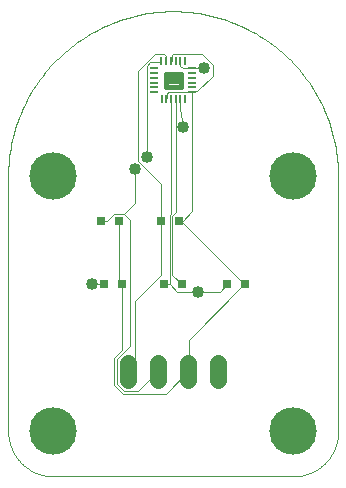
<source format=gtl>
G75*
%MOIN*%
%OFA0B0*%
%FSLAX25Y25*%
%IPPOS*%
%LPD*%
%AMOC8*
5,1,8,0,0,1.08239X$1,22.5*
%
%ADD10R,0.03150X0.03150*%
%ADD11R,0.03150X0.00787*%
%ADD12R,0.00787X0.03150*%
%ADD13C,0.01831*%
%ADD14C,0.05543*%
%ADD15C,0.00000*%
%ADD16C,0.15811*%
%ADD17C,0.00400*%
%ADD18C,0.04000*%
D10*
X0033847Y0083006D03*
X0039753Y0083006D03*
X0038753Y0104006D03*
X0032847Y0104006D03*
X0052847Y0104006D03*
X0058753Y0104006D03*
X0059753Y0083006D03*
X0053847Y0083006D03*
X0074847Y0083006D03*
X0080753Y0083006D03*
D11*
X0063099Y0147108D03*
X0063099Y0148683D03*
X0063099Y0150258D03*
X0063099Y0151833D03*
X0063099Y0153407D03*
X0063099Y0154982D03*
X0050501Y0154982D03*
X0050501Y0153407D03*
X0050501Y0151833D03*
X0050501Y0150258D03*
X0050501Y0148683D03*
X0050501Y0147108D03*
D12*
X0052902Y0144707D03*
X0054477Y0144707D03*
X0056052Y0144707D03*
X0057627Y0144707D03*
X0059202Y0144707D03*
X0060776Y0144707D03*
X0060737Y0157305D03*
X0059162Y0157305D03*
X0057587Y0157305D03*
X0056013Y0157305D03*
X0054438Y0157305D03*
X0052863Y0157305D03*
D13*
X0054369Y0148870D02*
X0059231Y0148870D01*
X0054369Y0148870D02*
X0054369Y0153142D01*
X0059231Y0153142D01*
X0059231Y0148870D01*
X0059231Y0150700D02*
X0054369Y0150700D01*
X0054369Y0152530D02*
X0059231Y0152530D01*
D14*
X0061800Y0056778D02*
X0061800Y0051234D01*
X0051800Y0051234D02*
X0051800Y0056778D01*
X0041800Y0056778D02*
X0041800Y0051234D01*
X0071800Y0051234D02*
X0071800Y0056778D01*
D15*
X0096800Y0019006D02*
X0016800Y0019006D01*
X0016438Y0019010D01*
X0016075Y0019024D01*
X0015713Y0019045D01*
X0015352Y0019076D01*
X0014992Y0019115D01*
X0014633Y0019163D01*
X0014275Y0019220D01*
X0013918Y0019285D01*
X0013563Y0019359D01*
X0013210Y0019442D01*
X0012859Y0019533D01*
X0012511Y0019632D01*
X0012165Y0019740D01*
X0011821Y0019856D01*
X0011481Y0019981D01*
X0011144Y0020113D01*
X0010810Y0020254D01*
X0010479Y0020403D01*
X0010152Y0020560D01*
X0009829Y0020724D01*
X0009510Y0020896D01*
X0009196Y0021076D01*
X0008885Y0021264D01*
X0008580Y0021459D01*
X0008279Y0021661D01*
X0007983Y0021871D01*
X0007693Y0022087D01*
X0007407Y0022311D01*
X0007127Y0022541D01*
X0006853Y0022778D01*
X0006585Y0023022D01*
X0006322Y0023272D01*
X0006066Y0023528D01*
X0005816Y0023791D01*
X0005572Y0024059D01*
X0005335Y0024333D01*
X0005105Y0024613D01*
X0004881Y0024899D01*
X0004665Y0025189D01*
X0004455Y0025485D01*
X0004253Y0025786D01*
X0004058Y0026091D01*
X0003870Y0026402D01*
X0003690Y0026716D01*
X0003518Y0027035D01*
X0003354Y0027358D01*
X0003197Y0027685D01*
X0003048Y0028016D01*
X0002907Y0028350D01*
X0002775Y0028687D01*
X0002650Y0029027D01*
X0002534Y0029371D01*
X0002426Y0029717D01*
X0002327Y0030065D01*
X0002236Y0030416D01*
X0002153Y0030769D01*
X0002079Y0031124D01*
X0002014Y0031481D01*
X0001957Y0031839D01*
X0001909Y0032198D01*
X0001870Y0032558D01*
X0001839Y0032919D01*
X0001818Y0033281D01*
X0001804Y0033644D01*
X0001800Y0034006D01*
X0001800Y0119006D01*
X0001816Y0120345D01*
X0001865Y0121684D01*
X0001947Y0123021D01*
X0002061Y0124355D01*
X0002207Y0125687D01*
X0002386Y0127014D01*
X0002597Y0128337D01*
X0002841Y0129654D01*
X0003116Y0130965D01*
X0003423Y0132268D01*
X0003762Y0133564D01*
X0004132Y0134851D01*
X0004533Y0136129D01*
X0004966Y0137397D01*
X0005429Y0138654D01*
X0005923Y0139899D01*
X0006447Y0141132D01*
X0007000Y0142351D01*
X0007584Y0143557D01*
X0008196Y0144748D01*
X0008837Y0145924D01*
X0009507Y0147084D01*
X0010205Y0148227D01*
X0010930Y0149353D01*
X0011683Y0150461D01*
X0012462Y0151551D01*
X0013268Y0152621D01*
X0014099Y0153671D01*
X0014956Y0154700D01*
X0015838Y0155709D01*
X0016743Y0156695D01*
X0017673Y0157659D01*
X0018626Y0158601D01*
X0019601Y0159519D01*
X0020599Y0160412D01*
X0021618Y0161282D01*
X0022658Y0162126D01*
X0023718Y0162944D01*
X0024798Y0163737D01*
X0025896Y0164503D01*
X0027014Y0165242D01*
X0028148Y0165954D01*
X0029300Y0166637D01*
X0030468Y0167293D01*
X0031652Y0167920D01*
X0032850Y0168518D01*
X0034063Y0169086D01*
X0035289Y0169625D01*
X0036528Y0170134D01*
X0037779Y0170612D01*
X0039042Y0171060D01*
X0040314Y0171477D01*
X0041597Y0171863D01*
X0042889Y0172218D01*
X0044189Y0172541D01*
X0045496Y0172832D01*
X0046810Y0173091D01*
X0048130Y0173318D01*
X0049455Y0173513D01*
X0050785Y0173676D01*
X0052118Y0173806D01*
X0053453Y0173904D01*
X0054791Y0173969D01*
X0056130Y0174002D01*
X0057470Y0174002D01*
X0058809Y0173969D01*
X0060147Y0173904D01*
X0061482Y0173806D01*
X0062815Y0173676D01*
X0064145Y0173513D01*
X0065470Y0173318D01*
X0066790Y0173091D01*
X0068104Y0172832D01*
X0069411Y0172541D01*
X0070711Y0172218D01*
X0072003Y0171863D01*
X0073286Y0171477D01*
X0074558Y0171060D01*
X0075821Y0170612D01*
X0077072Y0170134D01*
X0078311Y0169625D01*
X0079537Y0169086D01*
X0080750Y0168518D01*
X0081948Y0167920D01*
X0083132Y0167293D01*
X0084300Y0166637D01*
X0085452Y0165954D01*
X0086586Y0165242D01*
X0087704Y0164503D01*
X0088802Y0163737D01*
X0089882Y0162944D01*
X0090942Y0162126D01*
X0091982Y0161282D01*
X0093001Y0160412D01*
X0093999Y0159519D01*
X0094974Y0158601D01*
X0095927Y0157659D01*
X0096857Y0156695D01*
X0097762Y0155709D01*
X0098644Y0154700D01*
X0099501Y0153671D01*
X0100332Y0152621D01*
X0101138Y0151551D01*
X0101917Y0150461D01*
X0102670Y0149353D01*
X0103395Y0148227D01*
X0104093Y0147084D01*
X0104763Y0145924D01*
X0105404Y0144748D01*
X0106016Y0143557D01*
X0106600Y0142351D01*
X0107153Y0141132D01*
X0107677Y0139899D01*
X0108171Y0138654D01*
X0108634Y0137397D01*
X0109067Y0136129D01*
X0109468Y0134851D01*
X0109838Y0133564D01*
X0110177Y0132268D01*
X0110484Y0130965D01*
X0110759Y0129654D01*
X0111003Y0128337D01*
X0111214Y0127014D01*
X0111393Y0125687D01*
X0111539Y0124355D01*
X0111653Y0123021D01*
X0111735Y0121684D01*
X0111784Y0120345D01*
X0111800Y0119006D01*
X0111800Y0034006D01*
X0111796Y0033644D01*
X0111782Y0033281D01*
X0111761Y0032919D01*
X0111730Y0032558D01*
X0111691Y0032198D01*
X0111643Y0031839D01*
X0111586Y0031481D01*
X0111521Y0031124D01*
X0111447Y0030769D01*
X0111364Y0030416D01*
X0111273Y0030065D01*
X0111174Y0029717D01*
X0111066Y0029371D01*
X0110950Y0029027D01*
X0110825Y0028687D01*
X0110693Y0028350D01*
X0110552Y0028016D01*
X0110403Y0027685D01*
X0110246Y0027358D01*
X0110082Y0027035D01*
X0109910Y0026716D01*
X0109730Y0026402D01*
X0109542Y0026091D01*
X0109347Y0025786D01*
X0109145Y0025485D01*
X0108935Y0025189D01*
X0108719Y0024899D01*
X0108495Y0024613D01*
X0108265Y0024333D01*
X0108028Y0024059D01*
X0107784Y0023791D01*
X0107534Y0023528D01*
X0107278Y0023272D01*
X0107015Y0023022D01*
X0106747Y0022778D01*
X0106473Y0022541D01*
X0106193Y0022311D01*
X0105907Y0022087D01*
X0105617Y0021871D01*
X0105321Y0021661D01*
X0105020Y0021459D01*
X0104715Y0021264D01*
X0104404Y0021076D01*
X0104090Y0020896D01*
X0103771Y0020724D01*
X0103448Y0020560D01*
X0103121Y0020403D01*
X0102790Y0020254D01*
X0102456Y0020113D01*
X0102119Y0019981D01*
X0101779Y0019856D01*
X0101435Y0019740D01*
X0101089Y0019632D01*
X0100741Y0019533D01*
X0100390Y0019442D01*
X0100037Y0019359D01*
X0099682Y0019285D01*
X0099325Y0019220D01*
X0098967Y0019163D01*
X0098608Y0019115D01*
X0098248Y0019076D01*
X0097887Y0019045D01*
X0097525Y0019024D01*
X0097162Y0019010D01*
X0096800Y0019006D01*
D16*
X0096800Y0034006D03*
X0096800Y0119006D03*
X0016800Y0119006D03*
X0016800Y0034006D03*
D17*
X0037200Y0049406D02*
X0040000Y0046606D01*
X0054400Y0046606D01*
X0061800Y0054006D01*
X0062000Y0054206D01*
X0062000Y0064606D01*
X0080400Y0083006D01*
X0080753Y0083006D01*
X0080400Y0083006D02*
X0059600Y0103806D01*
X0058753Y0104006D01*
X0058800Y0103806D01*
X0059600Y0103806D01*
X0063200Y0107406D01*
X0063200Y0147006D01*
X0063099Y0147108D01*
X0063200Y0147406D01*
X0064800Y0147406D01*
X0070000Y0152606D01*
X0070000Y0156206D01*
X0066400Y0159806D01*
X0056800Y0159806D01*
X0056400Y0159406D01*
X0056400Y0157406D01*
X0056013Y0157305D01*
X0054438Y0157305D02*
X0054400Y0157406D01*
X0054400Y0159006D01*
X0053600Y0159806D01*
X0050800Y0159806D01*
X0045200Y0154206D01*
X0045200Y0124206D01*
X0052800Y0116606D01*
X0052800Y0104206D01*
X0052847Y0104006D01*
X0052800Y0103806D01*
X0052800Y0086206D01*
X0044000Y0077406D01*
X0044000Y0056206D01*
X0041800Y0054006D01*
X0038000Y0049806D02*
X0038000Y0058206D01*
X0042400Y0062606D01*
X0042400Y0104606D01*
X0040400Y0106606D01*
X0044000Y0110206D01*
X0044000Y0121406D01*
X0048000Y0125406D02*
X0048000Y0155806D01*
X0049200Y0157006D01*
X0052800Y0157006D01*
X0052863Y0157305D01*
X0059162Y0157305D02*
X0059200Y0157006D01*
X0059200Y0155806D01*
X0060000Y0155006D01*
X0062800Y0155006D01*
X0063099Y0154982D01*
X0063200Y0155006D01*
X0067200Y0155006D01*
X0063099Y0147108D02*
X0062800Y0147006D01*
X0055200Y0147006D01*
X0054800Y0146606D01*
X0054800Y0145006D01*
X0054477Y0144707D01*
X0056000Y0144606D02*
X0056052Y0144707D01*
X0056000Y0144606D02*
X0056000Y0106606D01*
X0055600Y0106206D01*
X0055600Y0083006D01*
X0058000Y0080606D01*
X0065200Y0080606D01*
X0072400Y0080606D01*
X0074800Y0083006D01*
X0074847Y0083006D01*
X0059753Y0083006D02*
X0059600Y0083006D01*
X0056400Y0086206D01*
X0056400Y0105806D01*
X0057600Y0107006D01*
X0057600Y0144606D01*
X0057627Y0144707D01*
X0059202Y0144707D02*
X0059200Y0144606D01*
X0059200Y0141806D01*
X0060200Y0135606D01*
X0040400Y0106606D02*
X0037200Y0106606D01*
X0034800Y0104206D01*
X0033200Y0104206D01*
X0032847Y0104006D01*
X0038753Y0104006D02*
X0038800Y0103806D01*
X0038800Y0083806D01*
X0039600Y0083006D01*
X0039753Y0083006D01*
X0039600Y0083006D02*
X0039600Y0061006D01*
X0037200Y0058606D01*
X0037200Y0049406D01*
X0038000Y0049806D02*
X0040400Y0047406D01*
X0045200Y0047406D01*
X0051800Y0054006D01*
X0053847Y0083006D02*
X0055600Y0083006D01*
X0033847Y0083006D02*
X0029600Y0083006D01*
D18*
X0029600Y0083006D03*
X0044000Y0121406D03*
X0048000Y0125406D03*
X0060200Y0135606D03*
X0067200Y0155006D03*
X0065200Y0080606D03*
M02*

</source>
